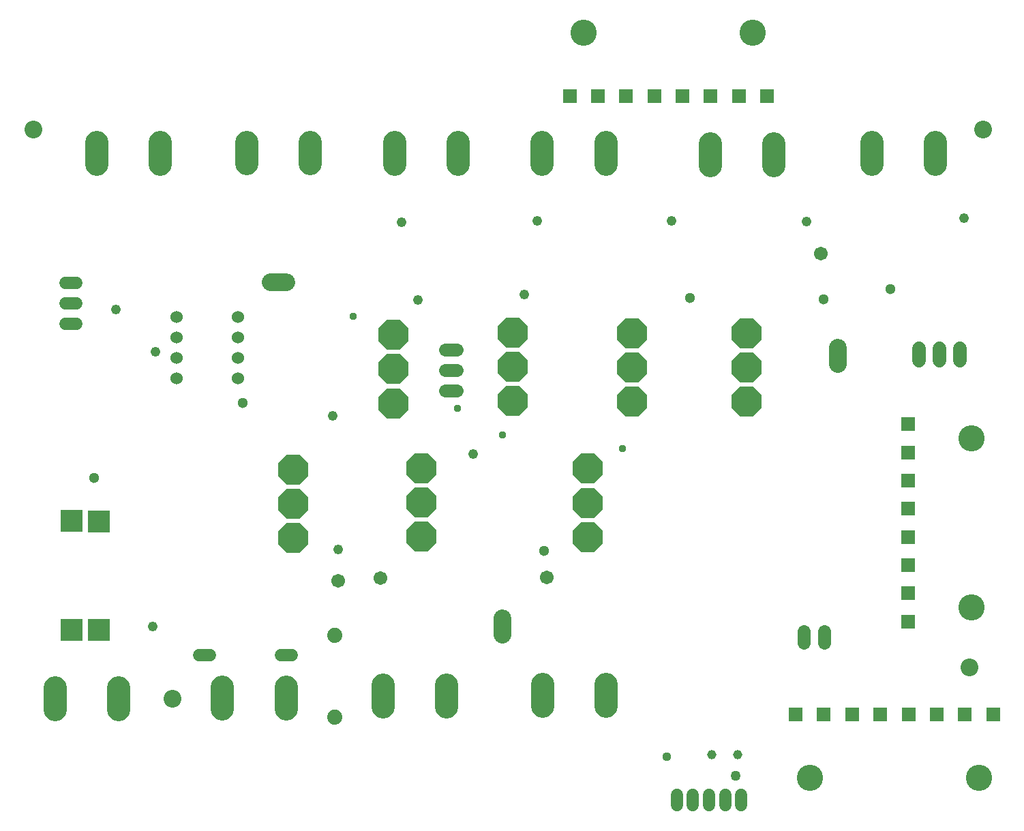
<source format=gbr>
G04 EAGLE Gerber X2 export*
%TF.Part,Single*%
%TF.FileFunction,Soldermask,Bot,1*%
%TF.FilePolarity,Negative*%
%TF.GenerationSoftware,Autodesk,EAGLE,9.1.3*%
%TF.CreationDate,2019-02-26T23:33:37Z*%
G75*
%MOMM*%
%FSLAX34Y34*%
%LPD*%
%AMOC8*
5,1,8,0,0,1.08239X$1,22.5*%
G01*
%ADD10C,2.203200*%
%ADD11C,2.903200*%
%ADD12C,1.879600*%
%ADD13C,1.524000*%
%ADD14P,4.068920X8X22.500000*%
%ADD15C,1.524000*%
%ADD16C,2.184400*%
%ADD17P,4.068920X8X202.500000*%
%ADD18R,1.733200X1.733200*%
%ADD19C,3.253200*%
%ADD20C,1.511200*%
%ADD21C,1.711200*%
%ADD22C,1.625600*%
%ADD23R,2.753200X2.753200*%
%ADD24C,1.703200*%
%ADD25C,0.959600*%
%ADD26C,1.259600*%
%ADD27C,1.159600*%
%ADD28C,1.109600*%
%ADD29C,1.299600*%
%ADD30C,1.209600*%


D10*
X82000Y1295600D03*
X254600Y588200D03*
X1261800Y1295400D03*
X1244800Y627600D03*
D11*
X793770Y606300D02*
X793770Y579300D01*
X714770Y579300D02*
X714770Y606300D01*
X595540Y605300D02*
X595540Y578300D01*
X516540Y578300D02*
X516540Y605300D01*
X395900Y602900D02*
X395900Y575900D01*
X316900Y575900D02*
X316900Y602900D01*
X160620Y1252400D02*
X160620Y1279400D01*
X239620Y1279400D02*
X239620Y1252400D01*
X347340Y1252600D02*
X347340Y1279600D01*
X426340Y1279600D02*
X426340Y1252600D01*
X922820Y1250400D02*
X922820Y1277400D01*
X1001820Y1277400D02*
X1001820Y1250400D01*
X530940Y1252400D02*
X530940Y1279400D01*
X609940Y1279400D02*
X609940Y1252400D01*
X714000Y1252400D02*
X714000Y1279400D01*
X793000Y1279400D02*
X793000Y1252400D01*
D12*
X456290Y666880D03*
X456290Y565280D03*
D13*
X301204Y642240D02*
X287996Y642240D01*
X389596Y642240D02*
X402804Y642240D01*
D14*
X968150Y957110D03*
X968150Y999600D03*
X968150Y1042090D03*
X529290Y955310D03*
X529290Y997800D03*
X529290Y1040290D03*
X677420Y957910D03*
X677420Y1000400D03*
X677420Y1042890D03*
D11*
X188000Y601700D02*
X188000Y574700D01*
X109000Y574700D02*
X109000Y601700D01*
D14*
X404480Y787700D03*
X404480Y830190D03*
X404480Y872680D03*
X825900Y957310D03*
X825900Y999800D03*
X825900Y1042290D03*
D11*
X1123440Y1252260D02*
X1123440Y1279260D01*
X1202440Y1279260D02*
X1202440Y1252260D01*
D13*
X135484Y1053670D02*
X122276Y1053670D01*
X122276Y1104470D02*
X135484Y1104470D01*
X135484Y1079070D02*
X122276Y1079070D01*
D15*
X336520Y986280D03*
X336520Y1011680D03*
X260320Y1011680D03*
X260320Y986280D03*
X336520Y1037080D03*
X336520Y1062480D03*
X260320Y1037080D03*
X260320Y1062480D03*
D16*
X376574Y1105760D02*
X396386Y1105760D01*
X664800Y687786D02*
X664800Y667974D01*
X1081140Y1004124D02*
X1081140Y1023936D01*
D14*
X563680Y789500D03*
X563680Y831990D03*
X563680Y874480D03*
D17*
X770680Y874080D03*
X770680Y831590D03*
X770680Y789100D03*
D18*
X1028880Y569120D03*
X1063880Y569120D03*
X1098880Y569120D03*
X1133880Y569120D03*
X1168880Y569120D03*
X1203880Y569120D03*
X1238880Y569120D03*
X1273880Y569120D03*
D19*
X1046400Y490020D03*
X1256400Y490020D03*
D18*
X748160Y1336360D03*
X783160Y1336360D03*
X818160Y1336360D03*
X853160Y1336360D03*
X888160Y1336360D03*
X923160Y1336360D03*
X958160Y1336360D03*
X993160Y1336360D03*
D19*
X765680Y1415460D03*
X975680Y1415460D03*
D20*
X961200Y469265D02*
X961200Y456185D01*
X941200Y456185D02*
X941200Y469265D01*
X921200Y469265D02*
X921200Y456185D01*
X901200Y456185D02*
X901200Y469265D01*
X881200Y469265D02*
X881200Y456185D01*
D21*
X1182400Y1008060D02*
X1182400Y1023140D01*
X1207800Y1023140D02*
X1207800Y1008060D01*
X1233200Y1008060D02*
X1233200Y1023140D01*
D18*
X1168400Y929320D03*
X1168400Y894320D03*
X1168400Y859320D03*
X1168400Y824320D03*
X1168400Y789320D03*
X1168400Y754320D03*
X1168400Y719320D03*
X1168400Y684320D03*
D19*
X1247500Y911800D03*
X1247500Y701800D03*
D22*
X607712Y1021600D02*
X593488Y1021600D01*
X593488Y996200D02*
X607712Y996200D01*
X607712Y970800D02*
X593488Y970800D01*
X1064100Y672312D02*
X1064100Y658088D01*
X1038700Y658088D02*
X1038700Y672312D01*
D23*
X129320Y809150D03*
X163630Y808690D03*
X163150Y674180D03*
X129320Y674150D03*
D24*
X1060000Y1141000D03*
D25*
X479000Y1063000D03*
X814000Y899000D03*
X665000Y916000D03*
X609000Y949000D03*
D26*
X953869Y492869D03*
D27*
X924636Y519000D03*
X957000Y519000D03*
D28*
X869000Y516000D03*
D29*
X157200Y862800D03*
X716600Y772200D03*
X897400Y1086200D03*
X1063400Y1084200D03*
D24*
X513200Y737800D03*
D29*
X341800Y955800D03*
X1146400Y1097000D03*
D30*
X461000Y774000D03*
D24*
X461000Y735000D03*
D30*
X230000Y678000D03*
X692000Y1090000D03*
X560000Y1084000D03*
D24*
X720000Y739000D03*
D30*
X628000Y892000D03*
X234000Y1019000D03*
X185000Y1072000D03*
X1042000Y1181000D03*
X875000Y1182000D03*
X708000Y1182000D03*
X539000Y1180000D03*
X1238000Y1185000D03*
X454000Y940000D03*
M02*

</source>
